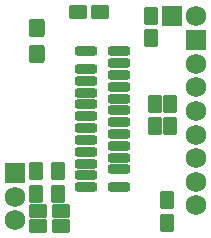
<source format=gbr>
%TF.GenerationSoftware,KiCad,Pcbnew,8.0.7*%
%TF.CreationDate,2025-04-29T18:30:47-03:00*%
%TF.ProjectId,ads_headstage_board_v4,6164735f-6865-4616-9473-746167655f62,rev?*%
%TF.SameCoordinates,Original*%
%TF.FileFunction,Soldermask,Bot*%
%TF.FilePolarity,Negative*%
%FSLAX46Y46*%
G04 Gerber Fmt 4.6, Leading zero omitted, Abs format (unit mm)*
G04 Created by KiCad (PCBNEW 8.0.7) date 2025-04-29 18:30:47*
%MOMM*%
%LPD*%
G01*
G04 APERTURE LIST*
G04 Aperture macros list*
%AMRoundRect*
0 Rectangle with rounded corners*
0 $1 Rounding radius*
0 $2 $3 $4 $5 $6 $7 $8 $9 X,Y pos of 4 corners*
0 Add a 4 corners polygon primitive as box body*
4,1,4,$2,$3,$4,$5,$6,$7,$8,$9,$2,$3,0*
0 Add four circle primitives for the rounded corners*
1,1,$1+$1,$2,$3*
1,1,$1+$1,$4,$5*
1,1,$1+$1,$6,$7*
1,1,$1+$1,$8,$9*
0 Add four rect primitives between the rounded corners*
20,1,$1+$1,$2,$3,$4,$5,0*
20,1,$1+$1,$4,$5,$6,$7,0*
20,1,$1+$1,$6,$7,$8,$9,0*
20,1,$1+$1,$8,$9,$2,$3,0*%
G04 Aperture macros list end*
%ADD10RoundRect,0.200000X-0.675000X-0.675000X0.675000X-0.675000X0.675000X0.675000X-0.675000X0.675000X0*%
%ADD11C,1.750000*%
%ADD12RoundRect,0.200000X-0.375000X0.600000X-0.375000X-0.600000X0.375000X-0.600000X0.375000X0.600000X0*%
%ADD13RoundRect,0.200000X0.600000X0.375000X-0.600000X0.375000X-0.600000X-0.375000X0.600000X-0.375000X0*%
%ADD14RoundRect,0.200000X0.375000X-0.600000X0.375000X0.600000X-0.375000X0.600000X-0.375000X-0.600000X0*%
%ADD15RoundRect,0.200000X0.675000X-0.675000X0.675000X0.675000X-0.675000X0.675000X-0.675000X-0.675000X0*%
%ADD16RoundRect,0.200000X-0.750000X0.200000X-0.750000X-0.200000X0.750000X-0.200000X0.750000X0.200000X0*%
%ADD17RoundRect,0.200000X0.750000X-0.200000X0.750000X0.200000X-0.750000X0.200000X-0.750000X-0.200000X0*%
%ADD18RoundRect,0.200000X0.450000X-0.600000X0.450000X0.600000X-0.450000X0.600000X-0.450000X-0.600000X0*%
G04 APERTURE END LIST*
D10*
%TO.C,APwd1*%
X123450000Y-105200000D03*
D11*
X123450000Y-107200000D03*
X123450000Y-109200000D03*
%TD*%
D12*
%TO.C,C2*%
X125200000Y-105050000D03*
X125200000Y-106950000D03*
%TD*%
D13*
%TO.C,C3*%
X127300000Y-109650000D03*
X125400000Y-109650000D03*
%TD*%
D12*
%TO.C,C4*%
X127050000Y-105050000D03*
X127050000Y-106950000D03*
%TD*%
D13*
%TO.C,C5*%
X127300000Y-108450000D03*
X125400000Y-108450000D03*
%TD*%
D14*
%TO.C,C6*%
X136550000Y-101250000D03*
X136550000Y-99350000D03*
%TD*%
%TO.C,C7*%
X135300000Y-101250000D03*
X135300000Y-99350000D03*
%TD*%
D13*
%TO.C,C8*%
X130650000Y-91600000D03*
X128750000Y-91600000D03*
%TD*%
D15*
%TO.C,DPwd1*%
X136750000Y-91900000D03*
D11*
X138750000Y-91900000D03*
%TD*%
D16*
%TO.C,J1*%
X132200000Y-106400000D03*
X129400000Y-106400000D03*
X129400000Y-94900000D03*
D17*
X132200000Y-95900000D03*
X132200000Y-96900000D03*
X132200000Y-97900000D03*
X132200000Y-98900000D03*
X132200000Y-99900000D03*
X132200000Y-100900000D03*
X132200000Y-101900000D03*
X132200000Y-102900000D03*
X132200000Y-103900000D03*
X132200000Y-104900000D03*
X129400000Y-96400000D03*
X129400000Y-97400000D03*
X129400000Y-98400000D03*
X129400000Y-99400000D03*
X129400000Y-100400000D03*
X129400000Y-101400000D03*
X129400000Y-102400000D03*
X129400000Y-103400000D03*
X129400000Y-104400000D03*
X129400000Y-105400000D03*
D16*
X132200000Y-94900000D03*
%TD*%
D12*
%TO.C,CLKSEL*%
X134900000Y-91900000D03*
X134900000Y-93800000D03*
%TD*%
D14*
%TO.C,ADGND*%
X136250000Y-109400000D03*
X136250000Y-107500000D03*
%TD*%
D18*
%TO.C,R2*%
X125250000Y-95100000D03*
X125250000Y-92900000D03*
%TD*%
D10*
%TO.C,SPI1*%
X138750000Y-93950000D03*
D11*
X138750000Y-95950000D03*
X138750000Y-97950000D03*
X138750000Y-99950000D03*
X138750000Y-101950000D03*
X138750000Y-103950000D03*
X138750000Y-105950000D03*
X138750000Y-107950000D03*
%TD*%
M02*

</source>
